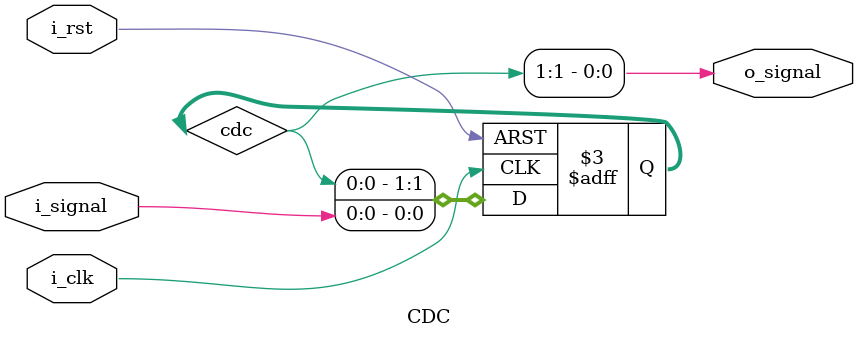
<source format=v>
`timescale 1ns / 1ps

/*
    CDC (Clock Domain Crossing) is the traversal of a signal in a synchronous digital circuit
    from one clock domain into another. If a signal does not assert long enough and is not
    registered, it may appear asynchronous on the incoming clock boundary.
    
    Metastable state is one in which the output of a flip-flop inside of our FPGA is unknown, 
    or non-deterministic. When a metastable condition occurs, there is no way to tell if the output 
    of our flip-flop is going to be a 1 or a 0. A metastable condition occurs when setup or hold times
    are violated. In this context, the Metastability can cause the FPGA to exhibit very
    strange behavior. This situation can be fixed by adding two flip-flops.
    This means that the signal that is asynchronous to the clock is being sampled by the
    first flip-flop. This will create a metastable condition at the output. If we again sample
    this output, we can now fix the metastable event. The output of the second flip-flop
    will be stable.
*/

module CDC(
        input i_clk,        // Clock source
        input i_rst,        // Reset
        input i_signal,     // Input signal (not stable)
        output o_signal     // Output signal (stable one)
    );
    
    // Clock Domain Crossing implemented with 2 Flip-Flops
    reg [1:0] cdc;
    
    // Assign the stable signal (second Flip-Flop)
    assign o_signal = cdc[1];
    
    // Initial Conditions
    initial begin
        cdc <= 2'd0;
    end
    
    // Clock Domain Crossing
    always @(posedge i_clk or posedge i_rst)
    begin
        if (i_rst) begin
            cdc <= 2'b00;
        end
        else begin
            cdc <= {cdc[0], i_signal};
        end
    end 
    
    
endmodule
</source>
